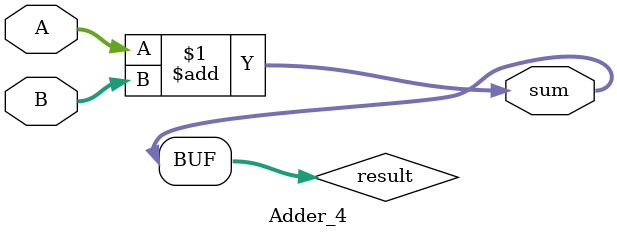
<source format=sv>
module Adder_4(
    input [3:0] A,
    input [3:0] B,
    output [4:0] sum
);
    wire [4:0] result;
    assign result = A + B;
    assign sum = result;
endmodule

</source>
